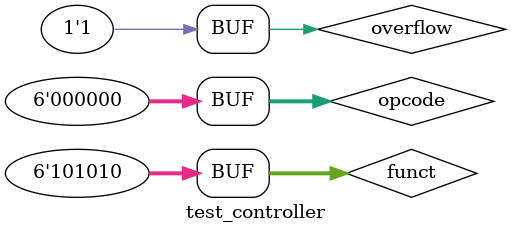
<source format=v>
module test_controller;
  reg [5:0] opcode;
  reg [5:0] funct;
  reg overflow;
  wire RegDst, RegWrite, ALUSrc, MemtoReg, MemWrite, Branch;
  wire [2:0] ALUOp;
  wire [1:0] ExtOp;
  wire J;
  wire WriteToGPR_30;
  
controller ctrl1(opcode, funct, RegDst, RegWrite, ALUSrc, MemtoReg, MemWrite, Branch, ALUOp, ExtOp, J, overflow, WriteToGPR_30);
  initial
  begin
    opcode = 6'b000000;
    funct = 6'b101010;
    overflow = 0;
    #30
    overflow = 1;
    /*
    #30
    opcode = 6'b000000;
    funct = 6'b100011;
    #30
    opcode = 6'b001101;
    #30
    opcode = 6'b100011;
    #30
    opcode = 6'b101011;
    #30
    opcode = 6'b000100;
    #30
    opcode = 6'b001111;
    #30
    opcode = 6'b000010;
    */
  end
endmodule
  
</source>
